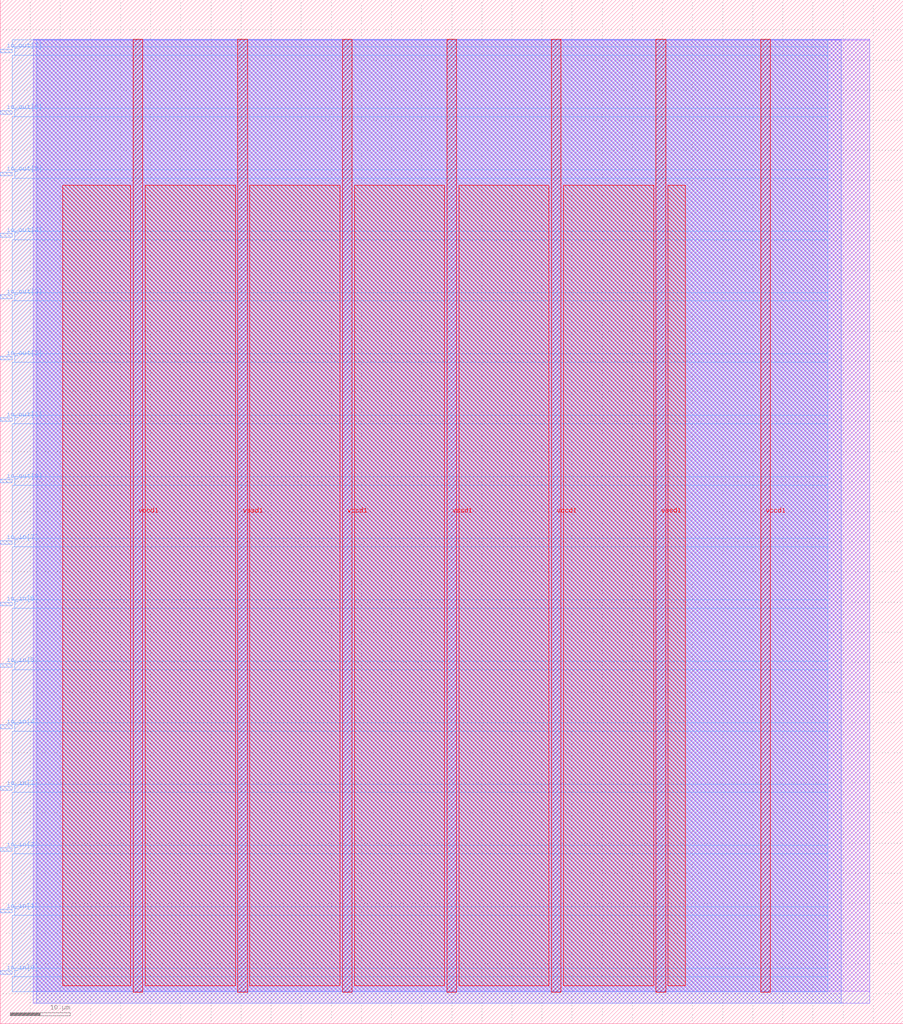
<source format=lef>
VERSION 5.7 ;
  NOWIREEXTENSIONATPIN ON ;
  DIVIDERCHAR "/" ;
  BUSBITCHARS "[]" ;
MACRO tholin_avalonsemi_tbb1143
  CLASS BLOCK ;
  FOREIGN tholin_avalonsemi_tbb1143 ;
  ORIGIN 0.000 0.000 ;
  SIZE 150.000 BY 170.000 ;
  PIN io_in[0]
    DIRECTION INPUT ;
    USE SIGNAL ;
    PORT
      LAYER met3 ;
        RECT 0.000 8.200 2.000 8.800 ;
    END
  END io_in[0]
  PIN io_in[1]
    DIRECTION INPUT ;
    USE SIGNAL ;
    PORT
      LAYER met3 ;
        RECT 0.000 18.400 2.000 19.000 ;
    END
  END io_in[1]
  PIN io_in[2]
    DIRECTION INPUT ;
    USE SIGNAL ;
    PORT
      LAYER met3 ;
        RECT 0.000 28.600 2.000 29.200 ;
    END
  END io_in[2]
  PIN io_in[3]
    DIRECTION INPUT ;
    USE SIGNAL ;
    PORT
      LAYER met3 ;
        RECT 0.000 38.800 2.000 39.400 ;
    END
  END io_in[3]
  PIN io_in[4]
    DIRECTION INPUT ;
    USE SIGNAL ;
    PORT
      LAYER met3 ;
        RECT 0.000 49.000 2.000 49.600 ;
    END
  END io_in[4]
  PIN io_in[5]
    DIRECTION INPUT ;
    USE SIGNAL ;
    PORT
      LAYER met3 ;
        RECT 0.000 59.200 2.000 59.800 ;
    END
  END io_in[5]
  PIN io_in[6]
    DIRECTION INPUT ;
    USE SIGNAL ;
    PORT
      LAYER met3 ;
        RECT 0.000 69.400 2.000 70.000 ;
    END
  END io_in[6]
  PIN io_in[7]
    DIRECTION INPUT ;
    USE SIGNAL ;
    PORT
      LAYER met3 ;
        RECT 0.000 79.600 2.000 80.200 ;
    END
  END io_in[7]
  PIN io_out[0]
    DIRECTION OUTPUT TRISTATE ;
    USE SIGNAL ;
    PORT
      LAYER met3 ;
        RECT 0.000 89.800 2.000 90.400 ;
    END
  END io_out[0]
  PIN io_out[1]
    DIRECTION OUTPUT TRISTATE ;
    USE SIGNAL ;
    PORT
      LAYER met3 ;
        RECT 0.000 100.000 2.000 100.600 ;
    END
  END io_out[1]
  PIN io_out[2]
    DIRECTION OUTPUT TRISTATE ;
    USE SIGNAL ;
    PORT
      LAYER met3 ;
        RECT 0.000 110.200 2.000 110.800 ;
    END
  END io_out[2]
  PIN io_out[3]
    DIRECTION OUTPUT TRISTATE ;
    USE SIGNAL ;
    PORT
      LAYER met3 ;
        RECT 0.000 120.400 2.000 121.000 ;
    END
  END io_out[3]
  PIN io_out[4]
    DIRECTION OUTPUT TRISTATE ;
    USE SIGNAL ;
    PORT
      LAYER met3 ;
        RECT 0.000 130.600 2.000 131.200 ;
    END
  END io_out[4]
  PIN io_out[5]
    DIRECTION OUTPUT TRISTATE ;
    USE SIGNAL ;
    PORT
      LAYER met3 ;
        RECT 0.000 140.800 2.000 141.400 ;
    END
  END io_out[5]
  PIN io_out[6]
    DIRECTION OUTPUT TRISTATE ;
    USE SIGNAL ;
    PORT
      LAYER met3 ;
        RECT 0.000 151.000 2.000 151.600 ;
    END
  END io_out[6]
  PIN io_out[7]
    DIRECTION OUTPUT TRISTATE ;
    USE SIGNAL ;
    PORT
      LAYER met3 ;
        RECT 0.000 161.200 2.000 161.800 ;
    END
  END io_out[7]
  PIN vccd1
    DIRECTION INOUT ;
    USE POWER ;
    PORT
      LAYER met4 ;
        RECT 22.090 5.200 23.690 163.440 ;
    END
    PORT
      LAYER met4 ;
        RECT 56.830 5.200 58.430 163.440 ;
    END
    PORT
      LAYER met4 ;
        RECT 91.570 5.200 93.170 163.440 ;
    END
    PORT
      LAYER met4 ;
        RECT 126.310 5.200 127.910 163.440 ;
    END
  END vccd1
  PIN vssd1
    DIRECTION INOUT ;
    USE GROUND ;
    PORT
      LAYER met4 ;
        RECT 39.460 5.200 41.060 163.440 ;
    END
    PORT
      LAYER met4 ;
        RECT 74.200 5.200 75.800 163.440 ;
    END
    PORT
      LAYER met4 ;
        RECT 108.940 5.200 110.540 163.440 ;
    END
  END vssd1
  OBS
      LAYER li1 ;
        RECT 5.520 5.355 144.440 163.285 ;
      LAYER met1 ;
        RECT 5.520 3.440 144.440 163.440 ;
      LAYER met2 ;
        RECT 6.080 3.410 139.740 163.385 ;
      LAYER met3 ;
        RECT 2.000 162.200 137.475 163.365 ;
        RECT 2.400 160.800 137.475 162.200 ;
        RECT 2.000 152.000 137.475 160.800 ;
        RECT 2.400 150.600 137.475 152.000 ;
        RECT 2.000 141.800 137.475 150.600 ;
        RECT 2.400 140.400 137.475 141.800 ;
        RECT 2.000 131.600 137.475 140.400 ;
        RECT 2.400 130.200 137.475 131.600 ;
        RECT 2.000 121.400 137.475 130.200 ;
        RECT 2.400 120.000 137.475 121.400 ;
        RECT 2.000 111.200 137.475 120.000 ;
        RECT 2.400 109.800 137.475 111.200 ;
        RECT 2.000 101.000 137.475 109.800 ;
        RECT 2.400 99.600 137.475 101.000 ;
        RECT 2.000 90.800 137.475 99.600 ;
        RECT 2.400 89.400 137.475 90.800 ;
        RECT 2.000 80.600 137.475 89.400 ;
        RECT 2.400 79.200 137.475 80.600 ;
        RECT 2.000 70.400 137.475 79.200 ;
        RECT 2.400 69.000 137.475 70.400 ;
        RECT 2.000 60.200 137.475 69.000 ;
        RECT 2.400 58.800 137.475 60.200 ;
        RECT 2.000 50.000 137.475 58.800 ;
        RECT 2.400 48.600 137.475 50.000 ;
        RECT 2.000 39.800 137.475 48.600 ;
        RECT 2.400 38.400 137.475 39.800 ;
        RECT 2.000 29.600 137.475 38.400 ;
        RECT 2.400 28.200 137.475 29.600 ;
        RECT 2.000 19.400 137.475 28.200 ;
        RECT 2.400 18.000 137.475 19.400 ;
        RECT 2.000 9.200 137.475 18.000 ;
        RECT 2.400 7.800 137.475 9.200 ;
        RECT 2.000 5.275 137.475 7.800 ;
      LAYER met4 ;
        RECT 10.415 6.295 21.690 139.225 ;
        RECT 24.090 6.295 39.060 139.225 ;
        RECT 41.460 6.295 56.430 139.225 ;
        RECT 58.830 6.295 73.800 139.225 ;
        RECT 76.200 6.295 91.170 139.225 ;
        RECT 93.570 6.295 108.540 139.225 ;
        RECT 110.940 6.295 113.785 139.225 ;
  END
END tholin_avalonsemi_tbb1143
END LIBRARY


</source>
